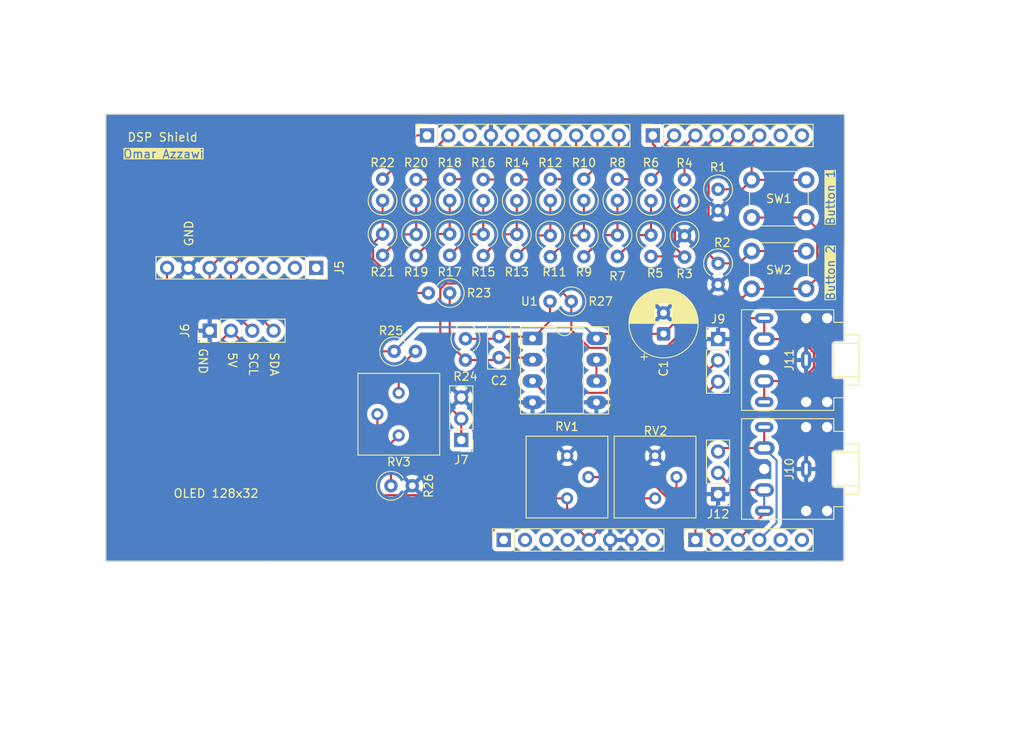
<source format=kicad_pcb>
(kicad_pcb (version 20241229) (generator "pcbnew") (generator_version "9.0")
  (title_block (date "mar. 31 mars 2015"))
  (layers (0 "F.Cu" signal) (2 "B.Cu" signal) (13 "F.Paste" user) (15 "B.Paste" user) (5 "F.SilkS" user "F.Silkscreen") (7 "B.SilkS" user "B.Silkscreen") (1 "F.Mask" user) (3 "B.Mask" user) (25 "Edge.Cuts" user))
  (net 0 "")
  (net 1 "GND")
  (net 3 "+5V")
  (net 4 "/IOREF")
  (net 5 "/A0")
  (net 6 "/A1")
  (net 7 "/SDA{slash}A4")
  (net 8 "/SCL{slash}A5")
  (net 9 "/AREF")
  (net 10 "/TX{slash}1")
  (net 11 "/RX{slash}0")
  (net 12 "+3V3")
  (net 13 "VCC")
  (net 14 "/~{RESET}")
  (net 15 "/SCL")
  (net 16 "/SDA")
  (net 21 "/BT1")
  (net 22 "/BT2")
  (net 23 "Net-(C2-Pad2)")
  (net 24 "Net-(U1A--)")
  (net 25 "/D7")
  (net 26 "/D8")
  (net 27 "/D9")
  (net 28 "/D6")
  (net 29 "/D4")
  (net 30 "/D5")
  (net 31 "/IN_RIGHT")
  (net 32 "/IN_LEFT")
  (net 33 "/D3")
  (net 34 "/D2")
  (net 35 "/D0")
  (net 36 "/D1")
  (net 37 "/AUDIO_OUT")
  (net 38 "Net-(J9-Pin_3)")
  (net 39 "Net-(J9-Pin_2)")
  (net 40 "Net-(R3-Pad2)")
  (net 41 "Net-(R5-Pad1)")
  (net 42 "Net-(R7-Pad1)")
  (net 43 "Net-(R10-Pad1)")
  (net 44 "Net-(R11-Pad1)")
  (net 45 "Net-(R13-Pad1)")
  (net 46 "Net-(R15-Pad1)")
  (net 47 "Net-(R17-Pad1)")
  (net 48 "Net-(R19-Pad1)")
  (net 49 "Net-(R21-Pad1)")
  (net 50 "Net-(R25-Pad2)")
  (net 51 "Net-(R26-Pad1)")
  (net 52 "Net-(U1B--)")
  (footprint "Connector_PinSocket_2.54mm:PinSocket_1x08_P2.54mm_Vertical" (layer "F.Cu") (at 127.94 97.46 90)
    (property "Reference" "J1" (hide yes))
    (property "Value" "Power")
    (pad "1" thru_hole rect (at 0 0 90) (size 1.7 1.7) (drill 1) (layers "*.Cu" "*.Mask"))
    (pad "2" thru_hole oval (at 0 2.54 90) (size 1.7 1.7) (drill 1) (layers "*.Cu" "*.Mask") (net 4 "/IOREF"))
    (pad "3" thru_hole oval (at 0 5.08 90) (size 1.7 1.7) (drill 1) (layers "*.Cu" "*.Mask") (net 14 "/~{RESET}"))
    (pad "4" thru_hole oval (at 0 7.62 90) (size 1.7 1.7) (drill 1) (layers "*.Cu" "*.Mask") (net 12 "+3V3"))
    (pad "5" thru_hole oval (at 0 10.16 90) (size 1.7 1.7) (drill 1) (layers "*.Cu" "*.Mask") (net 3 "+5V"))
    (pad "6" thru_hole oval (at 0 12.7 90) (size 1.7 1.7) (drill 1) (layers "*.Cu" "*.Mask") (net 1 "GND"))
    (pad "7" thru_hole oval (at 0 15.24 90) (size 1.7 1.7) (drill 1) (layers "*.Cu" "*.Mask") (net 1 "GND"))
    (pad "8" thru_hole oval (at 0 17.78 90) (size 1.7 1.7) (drill 1) (layers "*.Cu" "*.Mask") (net 13 "VCC"))
  )
  (footprint "Connector_PinSocket_2.54mm:PinSocket_1x06_P2.54mm_Vertical" (layer "F.Cu") (at 150.8 97.46 90)
    (property "Reference" "J3" (hide yes))
    (property "Value" "Analog")
    (pad "1" thru_hole rect (at 0 0 90) (size 1.7 1.7) (drill 1) (layers "*.Cu" "*.Mask") (net 5 "/A0"))
    (pad "2" thru_hole oval (at 0 2.54 90) (size 1.7 1.7) (drill 1) (layers "*.Cu" "*.Mask") (net 6 "/A1"))
    (pad "3" thru_hole oval (at 0 5.08 90) (size 1.7 1.7) (drill 1) (layers "*.Cu" "*.Mask") (net 31 "/IN_RIGHT"))
    (pad "4" thru_hole oval (at 0 7.62 90) (size 1.7 1.7) (drill 1) (layers "*.Cu" "*.Mask") (net 32 "/IN_LEFT"))
    (pad "5" thru_hole oval (at 0 10.16 90) (size 1.7 1.7) (drill 1) (layers "*.Cu" "*.Mask") (net 7 "/SDA{slash}A4"))
    (pad "6" thru_hole oval (at 0 12.7 90) (size 1.7 1.7) (drill 1) (layers "*.Cu" "*.Mask") (net 8 "/SCL{slash}A5"))
  )
  (footprint "Connector_PinSocket_2.54mm:PinSocket_1x10_P2.54mm_Vertical" (layer "F.Cu") (at 118.796 49.2 90)
    (property "Reference" "J2" (hide yes))
    (property "Value" "Digital/PWM")
    (pad "1" thru_hole rect (at 0 0 90) (size 1.7 1.7) (drill 1) (layers "*.Cu" "*.Mask") (net 15 "/SCL"))
    (pad "2" thru_hole oval (at 0 2.54 90) (size 1.7 1.7) (drill 1) (layers "*.Cu" "*.Mask") (net 16 "/SDA"))
    (pad "3" thru_hole oval (at 0 5.08 90) (size 1.7 1.7) (drill 1) (layers "*.Cu" "*.Mask") (net 9 "/AREF"))
    (pad "4" thru_hole oval (at 0 7.62 90) (size 1.7 1.7) (drill 1) (layers "*.Cu" "*.Mask") (net 1 "GND"))
    (pad "5" thru_hole oval (at 0 10.16 90) (size 1.7 1.7) (drill 1) (layers "*.Cu" "*.Mask") (net 27 "/D9"))
    (pad "6" thru_hole oval (at 0 12.7 90) (size 1.7 1.7) (drill 1) (layers "*.Cu" "*.Mask") (net 26 "/D8"))
    (pad "7" thru_hole oval (at 0 15.24 90) (size 1.7 1.7) (drill 1) (layers "*.Cu" "*.Mask") (net 25 "/D7"))
    (pad "8" thru_hole oval (at 0 17.78 90) (size 1.7 1.7) (drill 1) (layers "*.Cu" "*.Mask") (net 28 "/D6"))
    (pad "9" thru_hole oval (at 0 20.32 90) (size 1.7 1.7) (drill 1) (layers "*.Cu" "*.Mask") (net 30 "/D5"))
    (pad "10" thru_hole oval (at 0 22.86 90) (size 1.7 1.7) (drill 1) (layers "*.Cu" "*.Mask") (net 29 "/D4"))
  )
  (footprint "Connector_PinSocket_2.54mm:PinSocket_1x08_P2.54mm_Vertical" (layer "F.Cu") (at 145.72 49.2 90)
    (property "Reference" "J4" (hide yes))
    (property "Value" "Digital/PWM")
    (pad "1" thru_hole rect (at 0 0 90) (size 1.7 1.7) (drill 1) (layers "*.Cu" "*.Mask") (net 33 "/D3"))
    (pad "2" thru_hole oval (at 0 2.54 90) (size 1.7 1.7) (drill 1) (layers "*.Cu" "*.Mask") (net 34 "/D2"))
    (pad "3" thru_hole oval (at 0 5.08 90) (size 1.7 1.7) (drill 1) (layers "*.Cu" "*.Mask") (net 36 "/D1"))
    (pad "4" thru_hole oval (at 0 7.62 90) (size 1.7 1.7) (drill 1) (layers "*.Cu" "*.Mask") (net 35 "/D0"))
    (pad "5" thru_hole oval (at 0 10.16 90) (size 1.7 1.7) (drill 1) (layers "*.Cu" "*.Mask") (net 22 "/BT2"))
    (pad "6" thru_hole oval (at 0 12.7 90) (size 1.7 1.7) (drill 1) (layers "*.Cu" "*.Mask") (net 21 "/BT1"))
    (pad "7" thru_hole oval (at 0 15.24 90) (size 1.7 1.7) (drill 1) (layers "*.Cu" "*.Mask") (net 10 "/TX{slash}1"))
    (pad "8" thru_hole oval (at 0 17.78 90) (size 1.7 1.7) (drill 1) (layers "*.Cu" "*.Mask") (net 11 "/RX{slash}0"))
  )
  (footprint "Resistor_THT:R_Axial_DIN0309_L9.0mm_D3.2mm_P2.54mm_Vertical" (layer "F.Cu") (at 137.5 61.13 -90)
    (property "Reference" "R9" (at 4.37 0 0) (layer "F.SilkS"))
    (property "Value" "10k")
    (pad "1" thru_hole circle (at 0 0 270) (size 1.6 1.6) (drill 0.8) (layers "*.Cu" "*.Mask") (net 43 "Net-(R10-Pad1)"))
    (pad "2" thru_hole circle (at 2.54 0 270) (size 1.6 1.6) (drill 0.8) (layers "*.Cu" "*.Mask") (net 42 "Net-(R7-Pad1)"))
  )
  (footprint "Resistor_THT:R_Axial_DIN0309_L9.0mm_D3.2mm_P2.54mm_Vertical" (layer "F.Cu") (at 129.5 61 -90)
    (property "Reference" "R13" (at 4.5 0 0) (layer "F.SilkS"))
    (property "Value" "10k")
    (pad "1" thru_hole circle (at 0 0 270) (size 1.6 1.6) (drill 0.8) (layers "*.Cu" "*.Mask") (net 45 "Net-(R13-Pad1)"))
    (pad "2" thru_hole circle (at 2.54 0 270) (size 1.6 1.6) (drill 0.8) (layers "*.Cu" "*.Mask") (net 44 "Net-(R11-Pad1)"))
  )
  (footprint "Resistor_THT:R_Axial_DIN0309_L9.0mm_D3.2mm_P2.54mm_Vertical" (layer "F.Cu") (at 129.5 57 90)
    (property "Reference" "R14" (at 4.54 0 180) (layer "F.SilkS"))
    (property "Value" "20k")
    (pad "1" thru_hole circle (at 0 0 90) (size 1.6 1.6) (drill 0.8) (layers "*.Cu" "*.Mask") (net 45 "Net-(R13-Pad1)"))
    (pad "2" thru_hole circle (at 2.54 0 90) (size 1.6 1.6) (drill 0.8) (layers "*.Cu" "*.Mask") (net 30 "/D5"))
  )
  (footprint "Resistor_THT:R_Axial_DIN0309_L9.0mm_D3.2mm_P2.54mm_Vertical" (layer "F.Cu") (at 121.5 56.96 90)
    (property "Reference" "R18" (at 4.5 0 180) (layer "F.SilkS"))
    (property "Value" "20k")
    (pad "1" thru_hole circle (at 0 0 90) (size 1.6 1.6) (drill 0.8) (layers "*.Cu" "*.Mask") (net 47 "Net-(R17-Pad1)"))
    (pad "2" thru_hole circle (at 2.54 0 90) (size 1.6 1.6) (drill 0.8) (layers "*.Cu" "*.Mask") (net 25 "/D7"))
  )
  (footprint "Resistor_THT:R_Axial_DIN0309_L9.0mm_D3.2mm_P2.54mm_Vertical" (layer "F.Cu") (at 149.5 57 90)
    (property "Reference" "R4" (at 4.5 0 180) (layer "F.SilkS"))
    (property "Value" "20k")
    (pad "1" thru_hole circle (at 0 0 90) (size 1.6 1.6) (drill 0.8) (layers "*.Cu" "*.Mask") (net 40 "Net-(R3-Pad2)"))
    (pad "2" thru_hole circle (at 2.54 0 90) (size 1.6 1.6) (drill 0.8) (layers "*.Cu" "*.Mask") (net 35 "/D0"))
  )
  (footprint "Resistor_THT:R_Axial_DIN0309_L9.0mm_D3.2mm_P2.54mm_Vertical" (layer "F.Cu") (at 125.5 61 -90)
    (property "Reference" "R15" (at 4.5 0 0) (layer "F.SilkS"))
    (property "Value" "10k")
    (pad "1" thru_hole circle (at 0 0 270) (size 1.6 1.6) (drill 0.8) (layers "*.Cu" "*.Mask") (net 46 "Net-(R15-Pad1)"))
    (pad "2" thru_hole circle (at 2.54 0 270) (size 1.6 1.6) (drill 0.8) (layers "*.Cu" "*.Mask") (net 45 "Net-(R13-Pad1)"))
  )
  (footprint "Resistor_THT:R_Axial_DIN0309_L9.0mm_D3.2mm_P2.54mm_Vertical" (layer "F.Cu") (at 117.5 61 -90)
    (property "Reference" "R19" (at 4.5 0 180) (layer "F.SilkS"))
    (property "Value" "10k")
    (pad "1" thru_hole circle (at 0 0 270) (size 1.6 1.6) (drill 0.8) (layers "*.Cu" "*.Mask") (net 48 "Net-(R19-Pad1)"))
    (pad "2" thru_hole circle (at 2.54 0 270) (size 1.6 1.6) (drill 0.8) (layers "*.Cu" "*.Mask") (net 47 "Net-(R17-Pad1)"))
  )
  (footprint "Capacitor_THT:C_Disc_D5.0mm_W2.5mm_P2.50mm" (layer "F.Cu") (at 127.38 75.71 90)
    (property "Reference" "C2" (at -2.75 0 180) (layer "F.SilkS"))
    (property "Value" "100pF")
    (pad "1" thru_hole circle (at 0 0 90) (size 1.6 1.6) (drill 0.8) (layers "*.Cu" "*.Mask") (net 24 "Net-(U1A--)"))
    (pad "2" thru_hole circle (at 2.5 0 90) (size 1.6 1.6) (drill 0.8) (layers "*.Cu" "*.Mask") (net 23 "Net-(C2-Pad2)"))
  )
  (footprint "Resistor_THT:R_Axial_DIN0309_L9.0mm_D3.2mm_P2.54mm_Vertical" (layer "F.Cu") (at 141.5 61.09 -90)
    (property "Reference" "R7" (at 4.91 0 180) (layer "F.SilkS"))
    (property "Value" "10k")
    (pad "1" thru_hole circle (at 0 0 270) (size 1.6 1.6) (drill 0.8) (layers "*.Cu" "*.Mask") (net 42 "Net-(R7-Pad1)"))
    (pad "2" thru_hole circle (at 2.54 0 270) (size 1.6 1.6) (drill 0.8) (layers "*.Cu" "*.Mask") (net 41 "Net-(R5-Pad1)"))
  )
  (footprint "Resistor_THT:R_Axial_DIN0309_L9.0mm_D3.2mm_P2.54mm_Vertical" (layer "F.Cu") (at 113.5 60.96 -90)
    (property "Reference" "R21" (at 4.54 0 0) (layer "F.SilkS"))
    (property "Value" "10k")
    (pad "1" thru_hole circle (at 0 0 270) (size 1.6 1.6) (drill 0.8) (layers "*.Cu" "*.Mask") (net 49 "Net-(R21-Pad1)"))
    (pad "2" thru_hole circle (at 2.54 0 270) (size 1.6 1.6) (drill 0.8) (layers "*.Cu" "*.Mask") (net 48 "Net-(R19-Pad1)"))
  )
  (footprint "Button_Switch_THT:SW_PUSH_6mm" (layer "F.Cu") (at 164 67.5 180)
    (property "Reference" "SW2" (at 3.25 2.25 0) (layer "F.SilkS"))
    (property "Value" "BT_2")
    (pad "1" thru_hole circle (at 0 0 270) (size 2 2) (drill 1.1) (layers "*.Cu" "*.Mask") (net 3 "+5V"))
    (pad "1" thru_hole circle (at 6.5 0 270) (size 2 2) (drill 1.1) (layers "*.Cu" "*.Mask") (net 3 "+5V"))
    (pad "2" thru_hole circle (at 0 4.5 270) (size 2 2) (drill 1.1) (layers "*.Cu" "*.Mask") (net 22 "/BT2"))
    (pad "2" thru_hole circle (at 6.5 4.5 270) (size 2 2) (drill 1.1) (layers "*.Cu" "*.Mask") (net 22 "/BT2"))
  )
  (footprint "Resistor_THT:R_Axial_DIN0309_L9.0mm_D3.2mm_P2.54mm_Vertical" (layer "F.Cu") (at 117.5 57 90)
    (property "Reference" "R20" (at 4.54 0 180) (layer "F.SilkS"))
    (property "Value" "20k")
    (pad "1" thru_hole circle (at 0 0 90) (size 1.6 1.6) (drill 0.8) (layers "*.Cu" "*.Mask") (net 48 "Net-(R19-Pad1)"))
    (pad "2" thru_hole circle (at 2.54 0 90) (size 1.6 1.6) (drill 0.8) (layers "*.Cu" "*.Mask") (net 26 "/D8"))
  )
  (footprint "Resistor_THT:R_Axial_DIN0309_L9.0mm_D3.2mm_P2.54mm_Vertical" (layer "F.Cu") (at 145.5 57 90)
    (property "Reference" "R6" (at 4.54 0 180) (layer "F.SilkS"))
    (property "Value" "20k")
    (pad "1" thru_hole circle (at 0 0 90) (size 1.6 1.6) (drill 0.8) (layers "*.Cu" "*.Mask") (net 41 "Net-(R5-Pad1)"))
    (pad "2" thru_hole circle (at 2.54 0 90) (size 1.6 1.6) (drill 0.8) (layers "*.Cu" "*.Mask") (net 36 "/D1"))
  )
  (footprint "Connector_PinHeader_2.54mm:PinHeader_1x03_P2.54mm_Vertical" (layer "F.Cu") (at 122.88 85.54 180)
    (property "Reference" "J7" (at 0 -2.38 0) (layer "F.SilkS"))
    (property "Value" "AUDIO_OUT")
    (pad "1" thru_hole rect (at 0 0 180) (size 1.7 1.7) (drill 1) (layers "*.Cu" "*.Mask") (net 37 "/AUDIO_OUT"))
    (pad "2" thru_hole circle (at 0 2.54 180) (size 1.7 1.7) (drill 1) (layers "*.Cu" "*.Mask") (net 37 "/AUDIO_OUT"))
    (pad "3" thru_hole circle (at 0 5.08 180) (size 1.7 1.7) (drill 1) (layers "*.Cu" "*.Mask") (net 1 "GND"))
  )
  (footprint "Resistor_THT:R_Axial_DIN0309_L9.0mm_D3.2mm_P2.54mm_Vertical" (layer "F.Cu") (at 137.5 56.96 90)
    (property "Reference" "R10" (at 4.5 0 180) (layer "F.SilkS"))
    (property "Value" "20k")
    (pad "1" thru_hole circle (at 0 0 90) (size 1.6 1.6) (drill 0.8) (layers "*.Cu" "*.Mask") (net 43 "Net-(R10-Pad1)"))
    (pad "2" thru_hole circle (at 2.54 0 90) (size 1.6 1.6) (drill 0.8) (layers "*.Cu" "*.Mask") (net 33 "/D3"))
  )
  (footprint "Connector_PinSocket_2.54mm:PinSocket_1x08_P2.54mm_Vertical" (layer "F.Cu") (at 105.58 65 -90)
    (property "Reference" "J5" (at 0 -2.77 90) (layer "F.SilkS"))
    (property "Value" "IMU_CONN")
    (pad "1" thru_hole rect (at 0 0 270) (size 1.7 1.7) (drill 1) (layers "*.Cu" "*.Mask"))
    (pad "2" thru_hole circle (at 0 2.54 270) (size 1.7 1.7) (drill 1) (layers "*.Cu" "*.Mask"))
    (pad "3" thru_hole circle (at 0 5.08 270) (size 1.7 1.7) (drill 1) (layers "*.Cu" "*.Mask"))
    (pad "4" thru_hole circle (at 0 7.62 270) (size 1.7 1.7) (drill 1) (layers "*.Cu" "*.Mask"))
    (pad "5" thru_hole circle (at 0 10.16 270) (size 1.7 1.7) (drill 1) (layers "*.Cu" "*.Mask") (net 16 "/SDA"))
    (pad "6" thru_hole circle (at 0 12.7 270) (size 1.7 1.7) (drill 1) (layers "*.Cu" "*.Mask") (net 15 "/SCL"))
    (pad "7" thru_hole circle (at 0 15.24 270) (size 1.7 1.7) (drill 1) (layers "*.Cu" "*.Mask") (net 1 "GND"))
    (pad "8" thru_hole circle (at 0 17.78 270) (size 1.7 1.7) (drill 1) (layers "*.Cu" "*.Mask") (net 3 "+5V"))
  )
  (footprint "Resistor_THT:R_Axial_DIN0309_L9.0mm_D3.2mm_P2.54mm_Vertical" (layer "F.Cu") (at 114.5 91)
    (property "Reference" "R26" (at 4.5 0 90) (layer "F.SilkS"))
    (property "Value" "20k")
    (pad "1" thru_hole circle (at 0 0) (size 1.6 1.6) (drill 0.8) (layers "*.Cu" "*.Mask") (net 51 "Net-(R26-Pad1)"))
    (pad "2" thru_hole circle (at 2.54 0) (size 1.6 1.6) (drill 0.8) (layers "*.Cu" "*.Mask") (net 1 "GND"))
  )
  (footprint "Connector_Audio:Jack_3.5mm_CUI_SJ1-3525N_Horizontal" (layer "F.Cu") (at 164 76 90)
    (property "Reference" "J11" (at 0 -2 90) (layer "F.SilkS"))
    (property "Value" "AudioJack5")
    (fp_line (start 1.8 3.1) (end -1.8 3.1) (stroke (width 0.12)) (layer "Edge.Cuts"))
    (fp_line (start 2.2 3.5) (end 2.2 4.5) (stroke (width 0.12)) (layer "Edge.Cuts"))
    (fp_line (start -2.2 3.5) (end -2.2 4.5) (stroke (width 0.12)) (layer "Edge.Cuts"))
    (fp_line (start 2.2 4.5) (end 6.5 4.5) (stroke (width 0.12)) (layer "Edge.Cuts"))
    (fp_line (start -2.2 4.5) (end -6.5 4.5) (stroke (width 0.12)) (layer "Edge.Cuts"))
    (fp_arc (start 1.8 3.1) (mid 2.082843 3.217157) (end 2.2 3.5) (stroke (width 0.12)) (layer "Edge.Cuts"))
    (fp_arc (start -2.2 3.5) (mid -2.082842 3.217158) (end -1.8 3.1) (stroke (width 0.12)) (layer "Edge.Cuts"))
    (pad "" np_thru_hole circle (at -5 0 90) (size 1.2 1.2) (drill 1.2) (layers "*.Cu" "*.Mask"))
    (pad "" np_thru_hole circle (at -5 2.5 90) (size 1.2 1.2) (drill 1.2) (layers "*.Cu" "*.Mask"))
    (pad "" np_thru_hole circle (at 0 -5 90) (size 1.2 1.2) (drill 1.2) (layers "*.Cu" "*.Mask"))
    (pad "" np_thru_hole circle (at 5 0 90) (size 1.2 1.2) (drill 1.2) (layers "*.Cu" "*.Mask"))
    (pad "" np_thru_hole circle (at 5 2.5 90) (size 1.2 1.2) (drill 1.2) (layers "*.Cu" "*.Mask"))
    (pad "R" thru_hole oval (at -5 -5 90) (size 1.2 2.2) (drill oval 0.4 1.4) (layers "*.Cu" "*.Mask") (net 37 "/AUDIO_OUT"))
    (pad "RN" thru_hole oval (at -2.5 -5 90) (size 1.6 2.3) (drill oval 0.8 1.5) (layers "*.Cu" "*.Mask") (net 37 "/AUDIO_OUT"))
    (pad "S" thru_hole oval (at 0 0 90) (size 2.2 1.2) (drill oval 1.4 0.4) (layers "*.Cu" "*.Mask") (net 1 "GND"))
    (pad "T" thru_hole oval (at 5 -5 270) (size 1.2 2.2) (drill oval 0.4 1.4) (layers "*.Cu" "*.Mask") (net 37 "/AUDIO_OUT"))
    (pad "TN" thru_hole oval (at 2.5 -5 270) (size 1.6 2.5) (drill oval 0.8 1.5) (layers "*.Cu" "*.Mask") (net 37 "/AUDIO_OUT"))
  )
  (footprint "Resistor_THT:R_Axial_DIN0309_L9.0mm_D3.2mm_P2.54mm_Vertical" (layer "F.Cu") (at 145.5 61.09 -90)
    (property "Reference" "R5" (at 4.54 -0.5 180) (layer "F.SilkS"))
    (property "Value" "10k")
    (pad "1" thru_hole circle (at 0 0 270) (size 1.6 1.6) (drill 0.8) (layers "*.Cu" "*.Mask") (net 41 "Net-(R5-Pad1)"))
    (pad "2" thru_hole circle (at 2.54 0 270) (size 1.6 1.6) (drill 0.8) (layers "*.Cu" "*.Mask") (net 40 "Net-(R3-Pad2)"))
  )
  (footprint "Capacitor_THT:CP_Radial_D8.0mm_P2.50mm" (layer "F.Cu") (at 147 72.87 90)
    (property "Reference" "C1" (at -4.13 0 90) (layer "F.SilkS"))
    (property "Value" "47uF")
    (pad "1" thru_hole roundrect (at 0 0 90) (size 1.6 1.6) (drill 0.8) (layers "*.Cu" "*.Mask") (roundrect_rratio 0.15625) (net 3 "+5V"))
    (pad "2" thru_hole circle (at 2.5 0 90) (size 1.6 1.6) (drill 0.8) (layers "*.Cu" "*.Mask") (net 1 "GND"))
  )
  (footprint "Resistor_THT:R_Axial_DIN0309_L9.0mm_D3.2mm_P2.54mm_Vertical" (layer "F.Cu") (at 123.38 73.46 -90)
    (property "Reference" "R24" (at 4.5 0 180) (layer "F.SilkS"))
    (property "Value" "20k")
    (pad "1" thru_hole circle (at 0 0 270) (size 1.6 1.6) (drill 0.8) (layers "*.Cu" "*.Mask") (net 23 "Net-(C2-Pad2)"))
    (pad "2" thru_hole circle (at 2.54 0 270) (size 1.6 1.6) (drill 0.8) (layers "*.Cu" "*.Mask") (net 24 "Net-(U1A--)"))
  )
  (footprint "Resistor_THT:R_Axial_DIN0309_L9.0mm_D3.2mm_P2.54mm_Vertical" (layer "F.Cu") (at 133.5 56.96 90)
    (property "Reference" "R12" (at 4.5 0 180) (layer "F.SilkS"))
    (property "Value" "20k")
    (pad "1" thru_hole circle (at 0 0 90) (size 1.6 1.6) (drill 0.8) (layers "*.Cu" "*.Mask") (net 44 "Net-(R11-Pad1)"))
    (pad "2" thru_hole circle (at 2.54 0 90) (size 1.6 1.6) (drill 0.8) (layers "*.Cu" "*.Mask") (net 29 "/D4"))
  )
  (footprint "Button_Switch_THT:SW_PUSH_6mm" (layer "F.Cu") (at 164 59 180)
    (property "Reference" "SW1" (at 3.25 2.25 0) (layer "F.SilkS"))
    (property "Value" "BT_1")
    (pad "1" thru_hole circle (at 0 0 270) (size 2 2) (drill 1.1) (layers "*.Cu" "*.Mask") (net 3 "+5V"))
    (pad "1" thru_hole circle (at 6.5 0 270) (size 2 2) (drill 1.1) (layers "*.Cu" "*.Mask") (net 3 "+5V"))
    (pad "2" thru_hole circle (at 0 4.5 270) (size 2 2) (drill 1.1) (layers "*.Cu" "*.Mask") (net 21 "/BT1"))
    (pad "2" thru_hole circle (at 6.5 4.5 270) (size 2 2) (drill 1.1) (layers "*.Cu" "*.Mask") (net 21 "/BT1"))
  )
  (footprint "Resistor_THT:R_Axial_DIN0309_L9.0mm_D3.2mm_P2.54mm_Vertical" (layer "F.Cu") (at 133.5 61.13 -90)
    (property "Reference" "R11" (at 4.37 -0.5 180) (layer "F.SilkS"))
    (property "Value" "10k")
    (pad "1" thru_hole circle (at 0 0 270) (size 1.6 1.6) (drill 0.8) (layers "*.Cu" "*.Mask") (net 44 "Net-(R11-Pad1)"))
    (pad "2" thru_hole circle (at 2.54 0 270) (size 1.6 1.6) (drill 0.8) (layers "*.Cu" "*.Mask") (net 43 "Net-(R10-Pad1)"))
  )
  (footprint "Resistor_THT:R_Axial_DIN0309_L9.0mm_D3.2mm_P2.54mm_Vertical" (layer "F.Cu") (at 113.5 56.96 90)
    (property "Reference" "R22" (at 4.5 0 180) (layer "F.SilkS"))
    (property "Value" "20k")
    (pad "1" thru_hole circle (at 0 0 90) (size 1.6 1.6) (drill 0.8) (layers "*.Cu" "*.Mask") (net 49 "Net-(R21-Pad1)"))
    (pad "2" thru_hole circle (at 2.54 0 90) (size 1.6 1.6) (drill 0.8) (layers "*.Cu" "*.Mask") (net 27 "/D9"))
  )
  (footprint "Connector_PinHeader_2.54mm:PinHeader_1x03_P2.54mm_Vertical" (layer "F.Cu") (at 153.5 92 180)
    (property "Reference" "J12" (at 0 -2.38 0) (layer "F.SilkS"))
    (property "Value" "AUDIO_IN")
    (pad "1" thru_hole rect (at 0 0 180) (size 1.7 1.7) (drill 1) (layers "*.Cu" "*.Mask") (net 1 "GND"))
    (pad "2" thru_hole circle (at 0 2.54 180) (size 1.7 1.7) (drill 1) (layers "*.Cu" "*.Mask") (net 31 "/IN_RIGHT"))
    (pad "3" thru_hole circle (at 0 5.08 180) (size 1.7 1.7) (drill 1) (layers "*.Cu" "*.Mask") (net 32 "/IN_LEFT"))
  )
  (footprint "Resistor_THT:R_Axial_DIN0309_L9.0mm_D3.2mm_P2.54mm_Vertical" (layer "F.Cu") (at 153.5 55.63 -90)
    (property "Reference" "R1" (at -2.63 0 180) (layer "F.SilkS"))
    (property "Value" "100k")
    (pad "1" thru_hole circle (at 0 0 270) (size 1.6 1.6) (drill 0.8) (layers "*.Cu" "*.Mask") (net 21 "/BT1"))
    (pad "2" thru_hole circle (at 2.54 0 270) (size 1.6 1.6) (drill 0.8) (layers "*.Cu" "*.Mask") (net 1 "GND"))
  )
  (footprint "Resistor_THT:R_Axial_DIN0309_L9.0mm_D3.2mm_P2.54mm_Vertical" (layer "F.Cu") (at 136 69 180)
    (property "Reference" "R27" (at -3.5 0 0) (layer "F.SilkS"))
    (property "Value" "1k")
    (pad "1" thru_hole circle (at 0 0 180) (size 1.6 1.6) (drill 0.8) (layers "*.Cu" "*.Mask") (net 37 "/AUDIO_OUT"))
    (pad "2" thru_hole circle (at 2.54 0 180) (size 1.6 1.6) (drill 0.8) (layers "*.Cu" "*.Mask") (net 23 "Net-(C2-Pad2)"))
  )
  (footprint "Resistor_THT:R_Axial_DIN0309_L9.0mm_D3.2mm_P2.54mm_Vertical" (layer "F.Cu") (at 121.5 60.96 -90)
    (property "Reference" "R17" (at 4.54 0 0) (layer "F.SilkS"))
    (property "Value" "10k")
    (pad "1" thru_hole circle (at 0 0 270) (size 1.6 1.6) (drill 0.8) (layers "*.Cu" "*.Mask") (net 47 "Net-(R17-Pad1)"))
    (pad "2" thru_hole circle (at 2.54 0 270) (size 1.6 1.6) (drill 0.8) (layers "*.Cu" "*.Mask") (net 46 "Net-(R15-Pad1)"))
  )
  (footprint "Resistor_THT:R_Axial_DIN0309_L9.0mm_D3.2mm_P2.54mm_Vertical" (layer "F.Cu") (at 114.88 74.96)
    (property "Reference" "R25" (at -0.38 -2.46 0) (layer "F.SilkS"))
    (property "Value" "20k")
    (pad "1" thru_hole circle (at 0 0) (size 1.6 1.6) (drill 0.8) (layers "*.Cu" "*.Mask") (net 3 "+5V"))
    (pad "2" thru_hole circle (at 2.54 0) (size 1.6 1.6) (drill 0.8) (layers "*.Cu" "*.Mask") (net 50 "Net-(R25-Pad2)"))
  )
  (footprint "Resistor_THT:R_Axial_DIN0309_L9.0mm_D3.2mm_P2.54mm_Vertical" (layer "F.Cu") (at 125.5 57 90)
    (property "Reference" "R16" (at 4.54 0 180) (layer "F.SilkS"))
    (property "Value" "20k")
    (pad "1" thru_hole circle (at 0 0 90) (size 1.6 1.6) (drill 0.8) (layers "*.Cu" "*.Mask") (net 46 "Net-(R15-Pad1)"))
    (pad "2" thru_hole circle (at 2.54 0 90) (size 1.6 1.6) (drill 0.8) (layers "*.Cu" "*.Mask") (net 28 "/D6"))
  )
  (footprint "Potentiometer_THT:Potentiometer_Bourns_3386P_Vertical" (layer "F.Cu") (at 135.5 92.5)
    (property "Reference" "RV1" (at -0.015 -8.555 0) (layer "F.SilkS"))
    (property "Value" "100k")
    (pad "1" thru_hole circle (at 0 0) (size 1.44 1.44) (drill 0.8) (layers "*.Cu" "*.Mask") (net 3 "+5V"))
    (pad "2" thru_hole circle (at 2.54 -2.54) (size 1.44 1.44) (drill 0.8) (layers "*.Cu" "*.Mask") (net 5 "/A0"))
    (pad "3" thru_hole circle (at 0 -5.08) (size 1.44 1.44) (drill 0.8) (layers "*.Cu" "*.Mask") (net 1 "GND"))
  )
  (footprint "Resistor_THT:R_Axial_DIN0309_L9.0mm_D3.2mm_P2.54mm_Vertical" (layer "F.Cu") (at 153.5 64.46 -90)
    (property "Reference" "R2" (at -2.46 -0.5 180) (layer "F.SilkS"))
    (property "Value" "100k")
    (pad "1" thru_hole circle (at 0 0 270) (size 1.6 1.6) (drill 0.8) (layers "*.Cu" "*.Mask") (net 22 "/BT2"))
    (pad "2" thru_hole circle (at 2.54 0 270) (size 1.6 1.6) (drill 0.8) (layers "*.Cu" "*.Mask") (net 1 "GND"))
  )
  (footprint "Package_DIP:DIP-8_W7.62mm_Socket_LongPads" (layer "F.Cu") (at 131.38 73.42)
    (property "Reference" "U1" (at -0.38 -4.42 0) (layer "F.SilkS"))
    (property "Value" "MCP6002-xP")
    (pad "1" thru_hole roundrect (at 0 0) (size 2.4 1.6) (drill 0.8) (layers "*.Cu" "*.Mask") (roundrect_rratio 0.15625) (net 23 "Net-(C2-Pad2)"))
    (pad "2" thru_hole oval (at 0 2.54) (size 2.4 1.6) (drill 0.8) (layers "*.Cu" "*.Mask") (net 24 "Net-(U1A--)"))
    (pad "3" thru_hole oval (at 0 5.08) (size 2.4 1.6) (drill 0.8) (layers "*.Cu" "*.Mask") (net 39 "Net-(J9-Pin_2)"))
    (pad "4" thru_hole oval (at 0 7.62) (size 2.4 1.6) (drill 0.8) (layers "*.Cu" "*.Mask") (net 1 "GND"))
    (pad "5" thru_hole oval (at 7.62 7.62) (size 2.4 1.6) (drill 0.8) (layers "*.Cu" "*.Mask") (net 1 "GND"))
    (pad "6" thru_hole oval (at 7.62 5.08) (size 2.4 1.6) (drill 0.8) (layers "*.Cu" "*.Mask") (net 52 "Net-(U1B--)"))
    (pad "7" thru_hole oval (at 7.62 2.54) (size 2.4 1.6) (drill 0.8) (layers "*.Cu" "*.Mask") (net 52 "Net-(U1B--)"))
    (pad "8" thru_hole oval (at 7.62 0) (size 2.4 1.6) (drill 0.8) (layers "*.Cu" "*.Mask") (net 3 "+5V"))
  )
  (footprint "Connector_PinHeader_2.54mm:PinHeader_1x03_P2.54mm_Vertical" (layer "F.Cu") (at 153.5 73.5)
    (property "Reference" "J9" (at 0 -2.38 0) (layer "F.SilkS"))
    (property "Value" "JUMPER")
    (pad "1" thru_hole rect (at 0 0) (size 1.7 1.7) (drill 1) (layers "*.Cu" "*.Mask") (net 1 "GND"))
    (pad "2" thru_hole circle (at 0 2.54) (size 1.7 1.7) (drill 1) (layers "*.Cu" "*.Mask") (net 39 "Net-(J9-Pin_2)"))
    (pad "3" thru_hole circle (at 0 5.08) (size 1.7 1.7) (drill 1) (layers "*.Cu" "*.Mask") (net 38 "Net-(J9-Pin_3)"))
  )
  (footprint "Resistor_THT:R_Axial_DIN0309_L9.0mm_D3.2mm_P2.54mm_Vertical" (layer "F.Cu") (at 149.5 61.17 -90)
    (property "Reference" "R3" (at 4.54 0 180) (layer "F.SilkS"))
    (property "Value" "20k")
    (pad "1" thru_hole circle (at 0 0 270) (size 1.6 1.6) (drill 0.8) (layers "*.Cu" "*.Mask") (net 1 "GND"))
    (pad "2" thru_hole circle (at 2.54 0 270) (size 1.6 1.6) (drill 0.8) (layers "*.Cu" "*.Mask") (net 40 "Net-(R3-Pad2)"))
  )
  (footprint "Connector_Audio:Jack_3.5mm_CUI_SJ1-3525N_Horizontal" (layer "F.Cu") (at 164 89 90)
    (property "Reference" "J10" (at 0 -2 90) (layer "F.SilkS"))
    (property "Value" "AudioJack5")
    (fp_line (start 1.8 3.1) (end -1.8 3.1) (stroke (width 0.12)) (layer "Edge.Cuts"))
    (fp_line (start 2.2 3.5) (end 2.2 4.5) (stroke (width 0.12)) (layer "Edge.Cuts"))
    (fp_line (start -2.2 3.5) (end -2.2 4.5) (stroke (width 0.12)) (layer "Edge.Cuts"))
    (fp_line (start 2.2 4.5) (end 6.5 4.5) (stroke (width 0.12)) (layer "Edge.Cuts"))
    (fp_line (start -2.2 4.5) (end -6.5 4.5) (stroke (width 0.12)) (layer "Edge.Cuts"))
    (fp_arc (start 1.8 3.1) (mid 2.082843 3.217157) (end 2.2 3.5) (stroke (width 0.12)) (layer "Edge.Cuts"))
    (fp_arc (start -2.2 3.5) (mid -2.082842 3.217158) (end -1.8 3.1) (stroke (width 0.12)) (layer "Edge.Cuts"))
    (pad "" np_thru_hole circle (at -5 0 90) (size 1.2 1.2) (drill 1.2) (layers "*.Cu" "*.Mask"))
    (pad "" np_thru_hole circle (at -5 2.5 90) (size 1.2 1.2) (drill 1.2) (layers "*.Cu" "*.Mask"))
    (pad "" np_thru_hole circle (at 0 -5 90) (size 1.2 1.2) (drill 1.2) (layers "*.Cu" "*.Mask"))
    (pad "" np_thru_hole circle (at 5 0 90) (size 1.2 1.2) (drill 1.2) (layers "*.Cu" "*.Mask"))
    (pad "" np_thru_hole circle (at 5 2.5 90) (size 1.2 1.2) (drill 1.2) (layers "*.Cu" "*.Mask"))
    (pad "R" thru_hole oval (at -5 -5 90) (size 1.2 2.2) (drill oval 0.4 1.4) (layers "*.Cu" "*.Mask") (net 31 "/IN_RIGHT"))
    (pad "RN" thru_hole oval (at -2.5 -5 90) (size 1.6 2.3) (drill oval 0.8 1.5) (layers "*.Cu" "*.Mask") (net 31 "/IN_RIGHT"))
    (pad "S" thru_hole oval (at 0 0 90) (size 2.2 1.2) (drill oval 1.4 0.4) (layers "*.Cu" "*.Mask") (net 1 "GND"))
    (pad "T" thru_hole oval (at 5 -5 270) (size 1.2 2.2) (drill oval 0.4 1.4) (layers "*.Cu" "*.Mask") (net 32 "/IN_LEFT"))
    (pad "TN" thru_hole oval (at 2.5 -5 270) (size 1.6 2.5) (drill oval 0.8 1.5) (layers "*.Cu" "*.Mask") (net 32 "/IN_LEFT"))
  )
  (footprint "Potentiometer_THT:Potentiometer_Bourns_3386P_Vertical" (layer "F.Cu") (at 115.42 79.92 180)
    (property "Reference" "RV3" (at -0.015 -8.24 0) (layer "F.SilkS"))
    (property "Value" "100k")
    (pad "1" thru_hole circle (at 0 0 180) (size 1.44 1.44) (drill 0.8) (layers "*.Cu" "*.Mask") (net 50 "Net-(R25-Pad2)"))
    (pad "2" thru_hole circle (at 2.54 -2.54 180) (size 1.44 1.44) (drill 0.8) (layers "*.Cu" "*.Mask") (net 38 "Net-(J9-Pin_3)"))
    (pad "3" thru_hole circle (at 0 -5.08 180) (size 1.44 1.44) (drill 0.8) (layers "*.Cu" "*.Mask") (net 51 "Net-(R26-Pad1)"))
  )
  (footprint "Potentiometer_THT:Potentiometer_Bourns_3386P_Vertical" (layer "F.Cu") (at 146 92.5)
    (property "Reference" "RV2" (at 0.04 -8.04 0) (layer "F.SilkS"))
    (property "Value" "100k")
    (pad "1" thru_hole circle (at 0 0) (size 1.44 1.44) (drill 0.8) (layers "*.Cu" "*.Mask") (net 3 "+5V"))
    (pad "2" thru_hole circle (at 2.54 -2.54) (size 1.44 1.44) (drill 0.8) (layers "*.Cu" "*.Mask") (net 6 "/A1"))
    (pad "3" thru_hole circle (at 0 -5.08) (size 1.44 1.44) (drill 0.8) (layers "*.Cu" "*.Mask") (net 1 "GND"))
  )
  (footprint "Resistor_THT:R_Axial_DIN0309_L9.0mm_D3.2mm_P2.54mm_Vertical" (layer "F.Cu") (at 141.5 56.96 90)
    (property "Reference" "R8" (at 4.5 0 180) (layer "F.SilkS"))
    (property "Value" "20k")
    (pad "1" thru_hole circle (at 0 0 90) (size 1.6 1.6) (drill 0.8) (layers "*.Cu" "*.Mask") (net 42 "Net-(R7-Pad1)"))
    (pad "2" thru_hole circle (at 2.54 0 90) (size 1.6 1.6) (drill 0.8) (layers "*.Cu" "*.Mask") (net 34 "/D2"))
  )
  (footprint "Connector_PinHeader_2.54mm:PinHeader_1x04_P2.54mm_Vertical" (layer "F.Cu") (at 92.88 72.5 90)
    (property "Reference" "J6" (at 0 -2.95 90) (layer "F.SilkS"))
    (property "Value" "SCREEN_CONN")
    (pad "1" thru_hole rect (at 0 0 90) (size 1.7 1.7) (drill 1) (layers "*.Cu" "*.Mask") (net 1 "GND"))
    (pad "2" thru_hole circle (at 0 2.54 90) (size 1.7 1.7) (drill 1) (layers "*.Cu" "*.Mask") (net 3 "+5V"))
    (pad "3" thru_hole circle (at 0 5.08 90) (size 1.7 1.7) (drill 1) (layers "*.Cu" "*.Mask") (net 15 "/SCL"))
    (pad "4" thru_hole circle (at 0 7.62 90) (size 1.7 1.7) (drill 1) (layers "*.Cu" "*.Mask") (net 16 "/SDA"))
  )
  (footprint "Resistor_THT:R_Axial_DIN0309_L9.0mm_D3.2mm_P2.54mm_Vertical" (layer "F.Cu") (at 121.5 68 180)
    (property "Reference" "R23" (at -3.5 0 180) (layer "F.SilkS"))
    (property "Value" "20k")
    (pad "1" thru_hole circle (at 0 0 180) (size 1.6 1.6) (drill 0.8) (layers "*.Cu" "*.Mask") (net 24 "Net-(U1A--)"))
    (pad "2" thru_hole circle (at 2.54 0 180) (size 1.6 1.6) (drill 0.8) (layers "*.Cu" "*.Mask") (net 49 "Net-(R21-Pad1)"))
  )
  (gr_line (start 168.5 46.66) (end 168.58 46.66) (stroke (width 0.15)) (layer "Edge.Cuts"))
  (gr_line (start 100.492593 100) (end 165.278 100) (stroke (width 0.15)) (layer "Edge.Cuts"))
  (gr_line (start 168.5 95.5) (end 168.5 100) (stroke (width 0.15)) (layer "Edge.Cuts"))
  (gr_line (start 100.762 46.66) (end 163.5 46.66) (stroke (width 0.15)) (layer "Edge.Cuts"))
  (gr_line (start 168.58 61.9) (end 168.58 47) (stroke (width 0.15)) (layer "Edge.Cuts"))
  (gr_line (start 80.5 100) (end 100.223185 100) (stroke (width 0.15)) (layer "Edge.Cuts"))
  (gr_line (start 163.5 46.66) (end 168.5 46.66) (stroke (width 0.15)) (layer "Edge.Cuts"))
  (gr_line (start 168.58 61.9) (end 168.5 69.5) (stroke (width 0.15)) (layer "Edge.Cuts"))
  (gr_line (start 100.223185 100) (end 100.492593 100) (stroke (width 0.15)) (layer "Edge.Cuts"))
  (gr_line (start 168.5 100) (end 165.278 100) (stroke (width 0.15)) (layer "Edge.Cuts"))
  (gr_line (start 168.58 47) (end 168.58 46.66) (stroke (width 0.15)) (layer "Edge.Cuts"))
  (gr_line (start 80.5 100) (end 80.5 46.66) (stroke (width 0.15)) (layer "Edge.Cuts"))
  (gr_line (start 100.762 46.66) (end 80.5 46.66) (stroke (width 0.15)) (layer "Edge.Cuts"))
  (gr_text "Omar Azzawi" (at 82.5 52 0) (layer "F.SilkS" knockout) (effects (font (size 1 1)) (justify left bottom)))
  (gr_text "SCL\n" (at 97.5 75 270) (layer "F.SilkS") (effects (font (size 1 1)) (justify left bottom)))
  (gr_text "DSP Shield" (at 83 50 0) (layer "F.SilkS") (effects (font (size 1 1)) (justify left bottom)))
  (gr_text "Button 2\n" (at 167.5 69 90) (layer "F.SilkS" knockout) (effects (font (size 1 1)) (justify left bottom)))
  (gr_text "Button 1" (at 167.5 60 90) (layer "F.SilkS" knockout) (effects (font (size 1 1)) (justify left bottom)))
  (gr_text "SDA\n" (at 100 75 270) (layer "F.SilkS") (effects (font (size 1 1)) (justify left bottom)))
  (gr_text "GND\n" (at 91 62.5 90) (layer "F.SilkS") (effects (font (size 1 1)) (justify left bottom)))
  (gr_text "OLED 128x32" (at 88.5 92.5 0) (layer "F.SilkS") (effects (font (size 1 1)) (justify left bottom)))
  (gr_text "GND\n" (at 91.5 74.5 270) (layer "F.SilkS") (effects (font (size 1 1)) (justify left bottom)))
  (gr_text "5V\n" (at 95 75 270) (layer "F.SilkS") (effects (font (size 1 1)) (justify left bottom)))
  (segment (start 153.5 92) (end 154.126 92.626) (width 0.25) (layer "F.Cu") (net 1))
  (segment (start 139.55 72.87) (end 139 73.42) (width 0.25) (layer "F.Cu") (net 3))
  (segment (start 94.5 79) (end 87.8 79) (width 0.25) (layer "F.Cu") (net 3))
  (segment (start 138.1 97.46) (end 143.06 92.5) (width 0.25) (layer "F.Cu") (net 3))
  (segment (start 156.5 68.5) (end 151.37 68.5) (width 0.25) (layer "F.Cu") (net 3))
  (segment (start 157.5 67.5) (end 156.5 68.5) (width 0.25) (layer "F.Cu") (net 3))
  (segment (start 87.8 74.5) (end 87.8 79) (width 0.25) (layer "F.Cu") (net 3))
  (segment (start 151.37 68.5) (end 147 72.87) (width 0.25) (layer "F.Cu") (net 3))
  (segment (start 165.326 66.174) (end 164 67.5) (width 0.25) (layer "F.Cu") (net 3))
  (segment (start 114.88 74.96) (end 97.88 74.96) (width 0.25) (layer "F.Cu") (net 3))
  (segment (start 95.42 72.5) (end 94.5 73.42) (width 0.25) (layer "F.Cu") (net 3))
  (segment (start 164 59) (end 165.326 60.326) (width 0.25) (layer "F.Cu") (net 3))
  (segment (start 147 72.87) (end 139.55 72.87) (width 0.25) (layer "F.Cu") (net 3))
  (segment (start 135.5 94.86) (end 138.1 97.46) (width 0.25) (layer "F.Cu") (net 3))
  (segment (start 125.5 97.5) (end 130.5 92.5) (width 0.25) (layer "F.Cu") (net 3))
  (segment (start 130.5 92.5) (end 135.5 92.5) (width 0.25) (layer "F.Cu") (net 3))
  (segment (start 87.8 65) (end 87.8 74.5) (width 0.25) (layer "F.Cu") (net 3))
  (segment (start 87.5 98) (end 125.5 98) (width 0.25) (layer "F.Cu") (net 3))
  (segment (start 125.5 98) (end 125.5 97.5) (width 0.25) (layer "F.Cu") (net 3))
  (segment (start 143.06 92.5) (end 146 92.5) (width 0.25) (layer "F.Cu") (net 3))
  (segment (start 87.8 79) (end 87.8 97.7) (width 0.25) (layer "F.Cu") (net 3))
  (segment (start 135.5 92.5) (end 135.5 94.86) (width 0.25) (layer "F.Cu") (net 3))
  (segment (start 165.326 60.326) (end 165.326 66.174) (width 0.25) (layer "F.Cu") (net 3))
  (segment (start 157.5 59) (end 164 59) (width 0.25) (layer "F.Cu") (net 3))
  (segment (start 87.8 97.7) (end 87.5 98) (width 0.25) (layer "F.Cu") (net 3))
  (segment (start 97.88 74.96) (end 95.42 72.5) (width 0.25) (layer "F.Cu") (net 3))
  (segment (start 164 67.5) (end 157.5 67.5) (width 0.25) (layer "F.Cu") (net 3))
  (segment (start 94.5 73.42) (end 94.5 79) (width 0.25) (layer "F.Cu") (net 3))
  (segment (start 114.88 74.96) (end 117.756 72.084) (width 0.25) (layer "B.Cu") (net 3))
  (segment (start 117.756 72.084) (end 137.664 72.084) (width 0.25) (layer "B.Cu") (net 3))
  (segment (start 95.42 72.5) (end 95.3 72.5) (width 0.25) (layer "B.Cu") (net 3))
  (segment (start 137.664 72.084) (end 139 73.42) (width 0.25) (layer "B.Cu") (net 3))
  (segment (start 150.8 95.8) (end 150.8 97.46) (width 0.25) (layer "F.Cu") (net 5))
  (segment (start 138.04 89.96) (end 144.96 89.96) (width 0.25) (layer "F.Cu") (net 5))
  (segment (start 144.96 89.96) (end 150.8 95.8) (width 0.25) (layer "F.Cu") (net 5))
  (segment (start 148.54 89.96) (end 148.54 92.66) (width 0.25) (layer "F.Cu") (net 6))
  (segment (start 148.54 92.66) (end 153.34 97.46) (width 0.25) (layer "F.Cu") (net 6))
  (segment (start 118.796 49.2) (end 108.68 49.2) (width 0.25) (layer "F.Cu") (net 15))
  (segment (start 92.88 67.42) (end 92.88 65) (width 0.25) (layer "F.Cu") (net 15))
  (segment (start 108.68 49.2) (end 92.88 65) (width 0.25) (layer "F.Cu") (net 15))
  (segment (start 97.96 72.5) (end 92.88 67.42) (width 0.25) (layer "F.Cu") (net 15))
  (segment (start 121.336 49.2) (end 118.487 52.049) (width 0.25) (layer "F.Cu") (net 16))
  (segment (start 118.487 52.049) (end 108.371 52.049) (width 0.25) (layer "F.Cu") (net 16))
  (segment (start 95.42 67.42) (end 100.5 72.5) (width 0.25) (layer "F.Cu") (net 16))
  (segment (start 108.371 52.049) (end 95.42 65) (width 0.25) (layer "F.Cu") (net 16))
  (segment (start 95.42 65) (end 95.42 67.42) (width 0.25) (layer "F.Cu") (net 16))
  (segment (start 153.5 55.63) (end 156.37 55.63) (width 0.25) (layer "F.Cu") (net 21))
  (segment (start 157.5 54.5) (end 157.5 50.12) (width 0.25) (layer "F.Cu") (net 21))
  (segment (start 156.37 55.63) (end 157.5 54.5) (width 0.25) (layer "F.Cu") (net 21))
  (segment (start 157.5 54.5) (end 164 54.5) (width 0.25) (layer "F.Cu") (net 21))
  (segment (start 157.5 50.12) (end 158.42 49.2) (width 0.25) (layer "F.Cu") (net 21))
  (segment (start 152.374 63.334) (end 152.374 52.706) (width 0.25) (layer "F.Cu") (net 22))
  (segment (start 157.5 63) (end 164 63) (width 0.25) (layer "F.Cu") (net 22))
  (segment (start 156.04 64.46) (end 153.5 64.46) (width 0.25) (layer "F.Cu") (net 22))
  (segment (start 152.374 52.706) (end 155.88 49.2) (width 0.25) (layer "F.Cu") (net 22))
  (segment (start 153.5 64.46) (end 152.374 63.334) (width 0.25) (layer "F.Cu") (net 22))
  (segment (start 157.5 63) (end 156.04 64.46) (width 0.25) (layer "F.Cu") (net 22))
  (segment (start 127.13 73.46) (end 127.38 73.21) (width 0.25) (layer "F.Cu") (net 23))
  (segment (start 131.17 73.21) (end 131.38 73.42) (width 0.25) (layer "F.Cu") (net 23))
  (segment (start 133.46 71.34) (end 133.46 69) (width 0.25) (layer "F.Cu") (net 23))
  (segment (start 123.38 73.46) (end 127.13 73.46) (width 0.25) (layer "F.Cu") (net 23))
  (segment (start 131.38 73.42) (end 133.46 71.34) (width 0.25) (layer "F.Cu") (net 23))
  (segment (start 127.38 73.21) (end 131.17 73.21) (width 0.25) (layer "F.Cu") (net 23))
  (segment (start 131.13 75.71) (end 131.38 75.96) (width 0.25) (layer "F.Cu") (net 24))
  (segment (start 127.09 76) (end 127.38 75.71) (width 0.25) (layer "F.Cu") (net 24))
  (segment (start 123.38 76) (end 121.5 74.12) (width 0.25) (layer "F.Cu") (net 24))
  (segment (start 121.5 74.12) (end 121.5 68) (width 0.25) (layer "F.Cu") (net 24))
  (segment (start 123.38 76) (end 127.09 76) (width 0.25) (layer "F.Cu") (net 24))
  (segment (start 127.38 75.71) (end 131.13 75.71) (width 0.25) (layer "F.Cu") (net 24))
  (segment (start 134 49.236) (end 134.036 49.2) (width 0.25) (layer "F.Cu") (net 25))
  (segment (start 123.08 54.42) (end 125 52.5) (width 0.25) (layer "F.Cu") (net 25))
  (segment (start 121.5 54.42) (end 123.08 54.42) (width 0.25) (layer "F.Cu") (net 25))
  (segment (start 125 52.5) (end 131.5 52.5) (width 0.25) (layer "F.Cu") (net 25))
  (segment (start 134 51) (end 134 49.236) (width 0.25) (layer "F.Cu") (net 25))
  (segment (start 133 51) (end 134 51) (width 0.25) (layer "F.Cu") (net 25))
  (segment (start 131.5 52.5) (end 133 51) (width 0.25) (layer "F.Cu") (net 25))
  (segment (start 131.431095 51.931095) (end 131.431095 51.568905) (width 0.25) (layer "F.Cu") (net 26))
  (segment (start 131.431095 51.568905) (end 131.496 51.504) (width 0.25) (layer "F.Cu") (net 26))
  (segment (start 131.496 51.504) (end 131.496 49.2) (width 0.25) (layer "F.Cu") (net 26))
  (segment (start 117.5 54.46) (end 119.54 54.46) (width 0.25) (layer "F.Cu") (net 26))
  (segment (start 122.068905 51.931095) (end 131.431095 51.931095) (width 0.25) (layer "F.Cu") (net 26))
  (segment (start 119.54 54.46) (end 122.068905 51.931095) (width 0.25) (layer "F.Cu") (net 26))
  (segment (start 129 51.480095) (end 129 51) (width 0.25) (layer "F.Cu") (net 27))
  (segment (start 115.42 52.5) (end 120.5 52.5) (width 0.25) (layer "F.Cu") (net 27))
  (segment (start 121.519905 51.480095) (end 129 51.480095) (width 0.25) (layer "F.Cu") (net 27))
  (segment (start 120.5 52.5) (end 121.519905 51.480095) (width 0.25) (layer "F.Cu") (net 27))
  (segment (start 113.5 54.42) (end 115.42 52.5) (width 0.25) (layer "F.Cu") (net 27))
  (segment (start 129 51) (end 128.956 50.956) (width 0.25) (layer "F.Cu") (net 27))
  (segment (start 128.956 50.956) (end 128.956 49.2) (width 0.25) (layer "F.Cu") (net 27))
  (segment (start 132 53) (end 133.5 51.5) (width 0.25) (layer "F.Cu") (net 28))
  (segment (start 133.5 51.5) (end 136.5 51.5) (width 0.25) (layer "F.Cu") (net 28))
  (segment (start 128.5 53) (end 132 53) (width 0.25) (layer "F.Cu") (net 28))
  (segment (start 127.04 54.46) (end 128.5 53) (width 0.25) (layer "F.Cu") (net 28))
  (segment (start 136.5 51) (end 136.576 50.924) (width 0.25) (layer "F.Cu") (net 28))
  (segment (start 125.5 54.46) (end 127.04 54.46) (width 0.25) (layer "F.Cu") (net 28))
  (segment (start 136.5 51.5) (end 136.5 51) (width 0.25) (layer "F.Cu") (net 28))
  (segment (start 136.576 50.924) (end 136.576 49.2) (width 0.25) (layer "F.Cu") (net 28))
  (segment (start 137 52.5) (end 141.5 52.5) (width 0.25) (layer "F.Cu") (net 29))
  (segment (start 135.08 54.42) (end 137 52.5) (width 0.25) (layer "F.Cu") (net 29))
  (segment (start 141.656 52.344) (end 141.656 49.2) (width 0.25) (layer "F.Cu") (net 29))
  (segment (start 133.5 54.42) (end 135.08 54.42) (width 0.25) (layer "F.Cu") (net 29))
  (segment (start 141.5 52.5) (end 141.656 52.344) (width 0.25) (layer "F.Cu") (net 29))
  (segment (start 129.5 54.46) (end 131.54 54.46) (width 0.25) (layer "F.Cu") (net 30))
  (segment (start 139.116 51.884) (end 139.116 49.2) (width 0.25) (layer "F.Cu") (net 30))
  (segment (start 131.54 54.46) (end 134 52) (width 0.25) (layer "F.Cu") (net 30))
  (segment (start 134 52) (end 139 52) (width 0.25) (layer "F.Cu") (net 30))
  (segment (start 139 52) (end 139.116 51.884) (width 0.25) (layer "F.Cu") (net 30))
  (segment (start 155.54 91.5) (end 159 91.5) (width 0.25) (layer "F.Cu") (net 31))
  (segment (start 155.88 97.46) (end 159 94.34) (width 0.25) (layer "F.Cu") (net 31))
  (segment (start 159 94.34) (end 159 94) (width 0.25) (layer "F.Cu") (net 31))
  (segment (start 153.5 89.46) (end 155.54 91.5) (width 0.25) (layer "F.Cu") (net 31))
  (segment (start 159 94) (end 159 91.5) (width 0.25) (layer "B.Cu") (net 31))
  (segment (start 159 86.5) (end 159 84) (width 0.25) (layer "F.Cu") (net 32))
  (segment (start 159 86.5) (end 153.92 86.5) (width 0.25) (layer "F.Cu") (net 32))
  (segment (start 153.92 86.5) (end 153.5 86.92) (width 0.25) (layer "F.Cu") (net 32))
  (segment (start 158.42 97.46) (end 160.476 95.404) (width 0.25) (layer "B.Cu") (net 32))
  (segment (start 160.476 95.404) (end 160.476 87.976) (width 0.25) (layer "B.Cu") (net 32))
  (segment (start 160.476 87.976) (end 159 86.5) (width 0.25) (layer "B.Cu") (net 32))
  (segment (start 143.5 53) (end 146 50.5) (width 0.25) (layer "F.Cu") (net 33))
  (segment (start 138.92 53) (end 143.5 53) (width 0.25) (layer "F.Cu") (net 33))
  (segment (start 137.5 54.42) (end 138.92 53) (width 0.25) (layer "F.Cu") (net 33))
  (segment (start 146 50.5) (end 145.72 50.22) (width 0.25) (layer "F.Cu") (net 33))
  (segment (start 145.72 50.22) (end 145.72 49.2) (width 0.25) (layer "F.Cu") (net 33))
  (segment (start 141.5 54.42) (end 143.04 54.42) (width 0.25) (layer "F.Cu") (net 34))
  (segment (start 143.04 54.42) (end 148.26 49.2) (width 0.25) (layer "F.Cu") (net 34))
  (segment (start 149.5 54.46) (end 149.5 53.04) (width 0.25) (layer "F.Cu") (net 35))
  (segment (start 149.5 53.04) (end 153.34 49.2) (width 0.25) (layer "F.Cu") (net 35))
  (segment (start 150.76 49.2) (end 150.8 49.2) (width 0.25) (layer "F.Cu") (net 36))
  (segment (start 145.5 54.46) (end 150.76 49.2) (width 0.25) (layer "F.Cu") (net 36))
  (segment (start 136 72.412404) (end 136 69) (width 0.25) (layer "F.Cu") (net 37))
  (segment (start 120.374 67.533595) (end 121.033595 66.874) (width 0.25) (layer "F.Cu") (net 37))
  (segment (start 163.309562 78.5) (end 164.926 76.883562) (width 0.25) (layer "F.Cu") (net 37))
  (segment (start 159 71) (end 150.791514 71) (width 0.25) (layer "F.Cu") (net 37))
  (segment (start 147.245514 74.546) (end 138.133596 74.546) (width 0.25) (layer "F.Cu") (net 37))
  (segment (start 164.926 75.116438) (end 163.309562 73.5) (width 0.25) (layer "F.Cu") (net 37))
  (segment (start 159 73.5) (end 159 71) (width 0.25) (layer "F.Cu") (net 37))
  (segment (start 122.88 83) (end 120.374 80.494) (width 0.25) (layer "F.Cu") (net 37))
  (segment (start 133.874 66.874) (end 136 69) (width 0.25) (layer "F.Cu") (net 37))
  (segment (start 138.133596 74.546) (end 136 72.412404) (width 0.25) (layer "F.Cu") (net 37))
  (segment (start 159 78.5) (end 159 81) (width 0.25) (layer "F.Cu") (net 37))
  (segment (start 120.374 80.494) (end 120.374 67.533595) (width 0.25) (layer "F.Cu") (net 37))
  (segment (start 150.791514 71) (end 147.245514 74.546) (width 0.25) (layer "F.Cu") (net 37))
  (segment (start 121.033595 66.874) (end 133.874 66.874) (width 0.25) (layer "F.Cu") (net 37))
  (segment (start 122.88 85.54) (end 122.88 83) (width 0.25) (layer "F.Cu") (net 37))
  (segment (start 164.926 76.883562) (end 164.926 75.116438) (width 0.25) (layer "F.Cu") (net 37))
  (segment (start 163.309562 73.5) (end 159 73.5) (width 0.25) (layer "F.Cu") (net 37))
  (segment (start 159 78.5) (end 163.309562 78.5) (width 0.25) (layer "F.Cu") (net 37))
  (segment (start 112.88 82.46) (end 112.88 92.12) (width 0.25) (layer "F.Cu") (net 38))
  (segment (start 112.886 92.126) (end 125.374 92.126) (width 0.25) (layer "F.Cu") (net 38))
  (segment (start 148.58 83.5) (end 153.5 78.58) (width 0.25) (layer "F.Cu") (net 38))
  (segment (start 112.88 92.12) (end 112.886 92.126) (width 0.25) (layer "F.Cu") (net 38))
  (segment (start 125.374 92.126) (end 134 83.5) (width 0.25) (layer "F.Cu") (net 38))
  (segment (start 134 83.5) (end 148.58 83.5) (width 0.25) (layer "F.Cu") (net 38))
  (segment (start 132.794 79.914) (end 149.626 79.914) (width 0.25) (layer "F.Cu") (net 39))
  (segment (start 131.38 78.5) (end 132.794 79.914) (width 0.25) (layer "F.Cu") (net 39))
  (segment (start 149.626 79.914) (end 153.5 76.04) (width 0.25) (layer "F.Cu") (net 39))
  (segment (start 148.374 58.126) (end 148.374 62.584) (width 0.25) (layer "F.Cu") (net 40))
  (segment (start 149.5 57) (end 148.374 58.126) (width 0.25) (layer "F.Cu") (net 40))
  (segment (start 148.374 62.584) (end 149.5 63.71) (width 0.25) (layer "F.Cu") (net 40))
  (segment (start 145.5 63.63) (end 149.42 63.63) (width 0.25) (layer "F.Cu") (net 40))
  (segment (start 149.42 63.63) (end 149.5 63.71) (width 0.25) (layer "F.Cu") (net 40))
  (segment (start 145.5 61.09) (end 145.5 57) (width 0.25) (layer "F.Cu") (net 41))
  (segment (start 145.5 61.09) (end 144.04 61.09) (width 0.25) (layer "F.Cu") (net 41))
  (segment (start 144.04 61.09) (end 141.5 63.63) (width 0.25) (layer "F.Cu") (net 41))
  (segment (start 141.5 61.09) (end 140.08 61.09) (width 0.25) (layer "F.Cu") (net 42))
  (segment (start 140.08 61.09) (end 137.5 63.67) (width 0.25) (layer "F.Cu") (net 42))
  (segment (start 141.5 61.09) (end 141.5 56.96) (width 0.25) (layer "F.Cu") (net 42))
  (segment (start 137.5 61.13) (end 137.5 56.96) (width 0.25) (layer "F.Cu") (net 43))
  (segment (start 136.04 61.13) (end 133.5 63.67) (width 0.25) (layer "F.Cu") (net 43))
  (segment (start 137.5 61.13) (end 136.04 61.13) (width 0.25) (layer "F.Cu") (net 43))
  (segment (start 133.5 61.13) (end 133.5 56.96) (width 0.25) (layer "F.Cu") (net 44))
  (segment (start 131.91 61.13) (end 129.5 63.54) (width 0.25) (layer "F.Cu") (net 44))
  (segment (start 133.5 61.13) (end 131.91 61.13) (width 0.25) (layer "F.Cu") (net 44))
  (segment (start 129.5 61) (end 128.04 61) (width 0.25) (layer "F.Cu") (net 45))
  (segment (start 129.5 61) (end 129.5 57) (width 0.25) (layer "F.Cu") (net 45))
  (segment (start 128.04 61) (end 125.5 63.54) (width 0.25) (layer "F.Cu") (net 45))
  (segment (start 125.5 61) (end 125.5 57) (width 0.25) (layer "F.Cu") (net 46))
  (segment (start 124 61) (end 121.5 63.5) (width 0.25) (layer "F.Cu") (net 46))
  (segment (start 125.5 61) (end 124 61) (width 0.25) (layer "F.Cu") (net 46))
  (segment (start 120.08 60.96) (end 117.5 63.54) (width 0.25) (layer "F.Cu") (net 47))
  (segment (start 121.5 60.96) (end 120.08 60.96) (width 0.25) (layer "F.Cu") (net 47))
  (segment (start 121.5 60.96) (end 121.5 56.96) (width 0.25) (layer "F.Cu") (net 47))
  (segment (start 117.5 61) (end 116 61) (width 0.25) (layer "F.Cu") (net 48))
  (segment (start 117.5 61) (end 117.5 57) (width 0.25) (layer "F.Cu") (net 48))
  (segment (start 116 61) (end 113.5 63.5) (width 0.25) (layer "F.Cu") (net 48))
  (segment (start 113.5 60.96) (end 113.5 56.96) (width 0.25) (layer "F.Cu") (net 49))
  (segment (start 112.374 63.966405) (end 116.407595 68) (width 0.25) (layer "F.Cu") (net 49))
  (segment (start 113.5 60.96) (end 112.374 62.086) (width 0.25) (layer "F.Cu") (net 49))
  (segment (start 112.374 62.086) (end 112.374 63.966405) (width 0.25) (layer "F.Cu") (net 49))
  (segment (start 116.407595 68) (end 118.96 68) (width 0.25) (layer "F.Cu") (net 49))
  (segment (start 115.42 79.92) (end 115.42 76.96) (width 0.25) (layer "F.Cu") (net 50))
  (segment (start 115.42 76.96) (end 117.42 74.96) (width 0.25) (layer "F.Cu") (net 50))
  (segment (start 114.5 85.92) (end 115.42 85) (width 0.25) (layer "F.Cu") (net 51))
  (segment (start 114.5 91) (end 114.5 85.92) (width 0.25) (layer "F.Cu") (net 51))
  (segment (start 139 75.96) (end 139 78.5) (width 0.25) (layer "F.Cu") (net 52))
  (zone (net 1) (net_name "GND") (layer "B.Cu") (connect_pads (clearance 0.508)) (min_thickness 0.25) (fill yes (thermal_gap 0.5) (thermal_bridge_width 0.5))
    (polygon (pts (xy 67.88 123.04) (xy 67.88 33.04) (xy 180 34) (xy 190 122.5)))
  )
)
</source>
